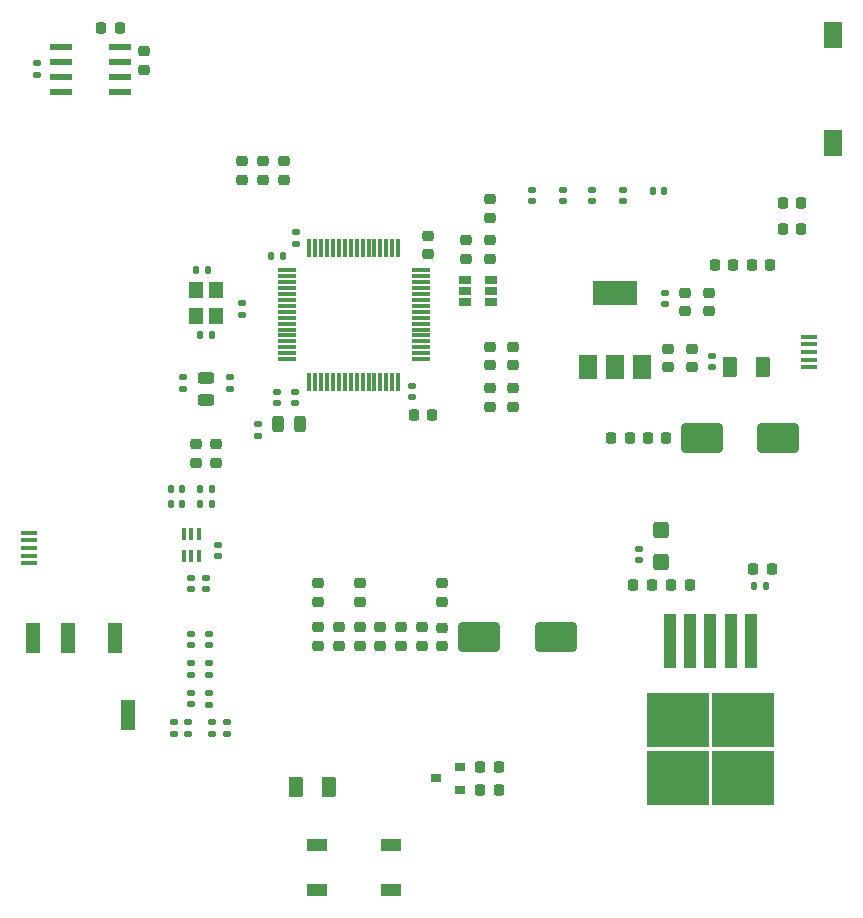
<source format=gbr>
G04 #@! TF.GenerationSoftware,KiCad,Pcbnew,(5.99.0-9519-ga70106a3bd)*
G04 #@! TF.CreationDate,2021-03-11T21:55:01+03:00*
G04 #@! TF.ProjectId,UnderControl,556e6465-7243-46f6-9e74-726f6c2e6b69,rev?*
G04 #@! TF.SameCoordinates,Original*
G04 #@! TF.FileFunction,Paste,Top*
G04 #@! TF.FilePolarity,Positive*
%FSLAX46Y46*%
G04 Gerber Fmt 4.6, Leading zero omitted, Abs format (unit mm)*
G04 Created by KiCad (PCBNEW (5.99.0-9519-ga70106a3bd)) date 2021-03-11 21:55:01*
%MOMM*%
%LPD*%
G01*
G04 APERTURE LIST*
G04 Aperture macros list*
%AMRoundRect*
0 Rectangle with rounded corners*
0 $1 Rounding radius*
0 $2 $3 $4 $5 $6 $7 $8 $9 X,Y pos of 4 corners*
0 Add a 4 corners polygon primitive as box body*
4,1,4,$2,$3,$4,$5,$6,$7,$8,$9,$2,$3,0*
0 Add four circle primitives for the rounded corners*
1,1,$1+$1,$2,$3*
1,1,$1+$1,$4,$5*
1,1,$1+$1,$6,$7*
1,1,$1+$1,$8,$9*
0 Add four rect primitives between the rounded corners*
20,1,$1+$1,$2,$3,$4,$5,0*
20,1,$1+$1,$4,$5,$6,$7,0*
20,1,$1+$1,$6,$7,$8,$9,0*
20,1,$1+$1,$8,$9,$2,$3,0*%
G04 Aperture macros list end*
%ADD10RoundRect,0.218750X0.218750X0.256250X-0.218750X0.256250X-0.218750X-0.256250X0.218750X-0.256250X0*%
%ADD11RoundRect,0.147500X0.172500X-0.147500X0.172500X0.147500X-0.172500X0.147500X-0.172500X-0.147500X0*%
%ADD12RoundRect,0.250000X0.375000X0.625000X-0.375000X0.625000X-0.375000X-0.625000X0.375000X-0.625000X0*%
%ADD13RoundRect,0.147500X0.147500X0.172500X-0.147500X0.172500X-0.147500X-0.172500X0.147500X-0.172500X0*%
%ADD14RoundRect,0.218750X-0.218750X-0.256250X0.218750X-0.256250X0.218750X0.256250X-0.218750X0.256250X0*%
%ADD15RoundRect,0.218750X0.256250X-0.218750X0.256250X0.218750X-0.256250X0.218750X-0.256250X-0.218750X0*%
%ADD16RoundRect,0.147500X-0.147500X-0.172500X0.147500X-0.172500X0.147500X0.172500X-0.147500X0.172500X0*%
%ADD17RoundRect,0.147500X-0.172500X0.147500X-0.172500X-0.147500X0.172500X-0.147500X0.172500X0.147500X0*%
%ADD18RoundRect,0.218750X-0.256250X0.218750X-0.256250X-0.218750X0.256250X-0.218750X0.256250X0.218750X0*%
%ADD19RoundRect,0.250000X-0.375000X-0.625000X0.375000X-0.625000X0.375000X0.625000X-0.375000X0.625000X0*%
%ADD20R,0.900000X0.800000*%
%ADD21RoundRect,0.243750X-0.243750X-0.456250X0.243750X-0.456250X0.243750X0.456250X-0.243750X0.456250X0*%
%ADD22RoundRect,0.075000X-0.700000X-0.075000X0.700000X-0.075000X0.700000X0.075000X-0.700000X0.075000X0*%
%ADD23RoundRect,0.075000X-0.075000X-0.700000X0.075000X-0.700000X0.075000X0.700000X-0.075000X0.700000X0*%
%ADD24R,1.500000X2.000000*%
%ADD25R,3.800000X2.000000*%
%ADD26R,1.060000X0.650000*%
%ADD27R,0.390000X1.060000*%
%ADD28R,1.200000X1.400000*%
%ADD29R,1.350000X0.400000*%
%ADD30RoundRect,0.250000X-1.500000X-1.000000X1.500000X-1.000000X1.500000X1.000000X-1.500000X1.000000X0*%
%ADD31RoundRect,0.250000X0.425000X-0.450000X0.425000X0.450000X-0.425000X0.450000X-0.425000X-0.450000X0*%
%ADD32R,5.250000X4.550000*%
%ADD33R,1.100000X4.600000*%
%ADD34RoundRect,0.243750X-0.456250X0.243750X-0.456250X-0.243750X0.456250X-0.243750X0.456250X0.243750X0*%
%ADD35R,1.970000X0.600000*%
%ADD36R,1.600000X2.180000*%
%ADD37R,1.700000X1.000000*%
%ADD38R,1.200000X2.500000*%
G04 APERTURE END LIST*
D10*
X74287500Y-149250000D03*
X72712500Y-149250000D03*
D11*
X46750000Y-144485000D03*
X46750000Y-143515000D03*
X48000000Y-144485000D03*
X48000000Y-143515000D03*
X49750000Y-139485000D03*
X49750000Y-138515000D03*
D12*
X59900000Y-149000000D03*
X57100000Y-149000000D03*
D13*
X49985000Y-123750000D03*
X49015000Y-123750000D03*
D11*
X49750000Y-142000000D03*
X49750000Y-141030000D03*
X48250000Y-141985000D03*
X48250000Y-141015000D03*
X48250000Y-139485000D03*
X48250000Y-138515000D03*
D14*
X67062500Y-117450000D03*
X68637500Y-117450000D03*
D15*
X71500000Y-104287500D03*
X71500000Y-102712500D03*
D16*
X48665000Y-105250000D03*
X49635000Y-105250000D03*
D13*
X49985000Y-110750000D03*
X49015000Y-110750000D03*
D16*
X46515000Y-125000000D03*
X47485000Y-125000000D03*
D17*
X50500000Y-128465000D03*
X50500000Y-129435000D03*
D11*
X50000000Y-144485000D03*
X50000000Y-143515000D03*
X48250000Y-132235000D03*
X48250000Y-131265000D03*
D15*
X48650000Y-121537500D03*
X48650000Y-119962500D03*
D18*
X56050000Y-96012500D03*
X56050000Y-97587500D03*
D11*
X51250000Y-144485000D03*
X51250000Y-143515000D03*
X48250000Y-136985000D03*
X48250000Y-136015000D03*
X49750000Y-136970000D03*
X49750000Y-136000000D03*
D18*
X73500000Y-99212500D03*
X73500000Y-100787500D03*
X75450000Y-111712500D03*
X75450000Y-113287500D03*
D19*
X93850000Y-113450000D03*
X96650000Y-113450000D03*
D14*
X92550000Y-104750000D03*
X94125000Y-104750000D03*
D18*
X73550000Y-111712500D03*
X73550000Y-113287500D03*
D17*
X53850000Y-118265000D03*
X53850000Y-119235000D03*
D18*
X60750000Y-135462500D03*
X60750000Y-137037500D03*
D17*
X49500000Y-131265000D03*
X49500000Y-132235000D03*
D14*
X72712500Y-147250000D03*
X74287500Y-147250000D03*
D15*
X54300000Y-97587500D03*
X54300000Y-96012500D03*
D14*
X98312500Y-99500000D03*
X99887500Y-99500000D03*
D18*
X67750000Y-135462500D03*
X67750000Y-137037500D03*
D17*
X52500000Y-108015000D03*
X52500000Y-108985000D03*
D18*
X69500000Y-135500000D03*
X69500000Y-137075000D03*
X59000000Y-135462500D03*
X59000000Y-137037500D03*
X50350000Y-119962500D03*
X50350000Y-121537500D03*
X62500000Y-135462500D03*
X62500000Y-137037500D03*
X64250000Y-135462500D03*
X64250000Y-137037500D03*
X66000000Y-135462500D03*
X66000000Y-137037500D03*
D13*
X49985000Y-125000000D03*
X49015000Y-125000000D03*
D16*
X46515000Y-123750000D03*
X47485000Y-123750000D03*
D20*
X71000000Y-149200000D03*
X71000000Y-147300000D03*
X69000000Y-148250000D03*
D21*
X55562500Y-118250000D03*
X57437500Y-118250000D03*
D11*
X55500000Y-116485000D03*
X55500000Y-115515000D03*
X57000000Y-116485000D03*
X57000000Y-115515000D03*
D17*
X66900000Y-115015000D03*
X66900000Y-115985000D03*
D13*
X55985000Y-104000000D03*
X55015000Y-104000000D03*
D15*
X68250000Y-103887500D03*
X68250000Y-102312500D03*
D10*
X97275000Y-104750000D03*
X95700000Y-104750000D03*
D15*
X73500000Y-104287500D03*
X73500000Y-102712500D03*
D18*
X75450000Y-115212500D03*
X75450000Y-116787500D03*
X73550000Y-115212500D03*
X73550000Y-116787500D03*
D22*
X56325000Y-105250000D03*
X56325000Y-105750000D03*
X56325000Y-106250000D03*
X56325000Y-106750000D03*
X56325000Y-107250000D03*
X56325000Y-107750000D03*
X56325000Y-108250000D03*
X56325000Y-108750000D03*
X56325000Y-109250000D03*
X56325000Y-109750000D03*
X56325000Y-110250000D03*
X56325000Y-110750000D03*
X56325000Y-111250000D03*
X56325000Y-111750000D03*
X56325000Y-112250000D03*
X56325000Y-112750000D03*
D23*
X58250000Y-114675000D03*
X58750000Y-114675000D03*
X59250000Y-114675000D03*
X59750000Y-114675000D03*
X60250000Y-114675000D03*
X60750000Y-114675000D03*
X61250000Y-114675000D03*
X61750000Y-114675000D03*
X62250000Y-114675000D03*
X62750000Y-114675000D03*
X63250000Y-114675000D03*
X63750000Y-114675000D03*
X64250000Y-114675000D03*
X64750000Y-114675000D03*
X65250000Y-114675000D03*
X65750000Y-114675000D03*
D22*
X67675000Y-112750000D03*
X67675000Y-112250000D03*
X67675000Y-111750000D03*
X67675000Y-111250000D03*
X67675000Y-110750000D03*
X67675000Y-110250000D03*
X67675000Y-109750000D03*
X67675000Y-109250000D03*
X67675000Y-108750000D03*
X67675000Y-108250000D03*
X67675000Y-107750000D03*
X67675000Y-107250000D03*
X67675000Y-106750000D03*
X67675000Y-106250000D03*
X67675000Y-105750000D03*
X67675000Y-105250000D03*
D23*
X65750000Y-103325000D03*
X65250000Y-103325000D03*
X64750000Y-103325000D03*
X64250000Y-103325000D03*
X63750000Y-103325000D03*
X63250000Y-103325000D03*
X62750000Y-103325000D03*
X62250000Y-103325000D03*
X61750000Y-103325000D03*
X61250000Y-103325000D03*
X60750000Y-103325000D03*
X60250000Y-103325000D03*
X59750000Y-103325000D03*
X59250000Y-103325000D03*
X58750000Y-103325000D03*
X58250000Y-103325000D03*
D18*
X52550000Y-96012500D03*
X52550000Y-97587500D03*
X69500000Y-131712500D03*
X69500000Y-133287500D03*
X62500000Y-131712500D03*
X62500000Y-133287500D03*
D15*
X90600000Y-113437500D03*
X90600000Y-111862500D03*
D18*
X59000000Y-131712500D03*
X59000000Y-133287500D03*
D24*
X81800000Y-113450000D03*
D25*
X84100000Y-107150000D03*
D24*
X84100000Y-113450000D03*
X86400000Y-113450000D03*
D17*
X88350000Y-107140000D03*
X88350000Y-108110000D03*
D15*
X88600000Y-113437500D03*
X88600000Y-111862500D03*
D26*
X73600000Y-107950000D03*
X73600000Y-107000000D03*
X73600000Y-106050000D03*
X71400000Y-106050000D03*
X71400000Y-107000000D03*
X71400000Y-107950000D03*
D27*
X48900000Y-127565000D03*
X48250000Y-127565000D03*
X47600000Y-127565000D03*
X47600000Y-129435000D03*
X48250000Y-129435000D03*
X48900000Y-129435000D03*
D28*
X48650000Y-106900000D03*
X48650000Y-109100000D03*
X50350000Y-109100000D03*
X50350000Y-106900000D03*
D29*
X34462500Y-127450000D03*
X34462500Y-128100000D03*
X34462500Y-128750000D03*
X34462500Y-129400000D03*
X34462500Y-130050000D03*
D14*
X95812500Y-130500000D03*
X97387500Y-130500000D03*
D11*
X86150000Y-129785000D03*
X86150000Y-128815000D03*
D10*
X90437500Y-131900000D03*
X88862500Y-131900000D03*
X87237500Y-131900000D03*
X85662500Y-131900000D03*
D30*
X72600000Y-136250000D03*
X79100000Y-136250000D03*
D16*
X95915000Y-132000000D03*
X96885000Y-132000000D03*
D31*
X88050000Y-129900000D03*
X88050000Y-127200000D03*
D32*
X94975000Y-143350000D03*
X94975000Y-148200000D03*
X89425000Y-143350000D03*
X89425000Y-148200000D03*
D33*
X95600000Y-136625000D03*
X93900000Y-136625000D03*
X92200000Y-136625000D03*
X90500000Y-136625000D03*
X88800000Y-136625000D03*
D17*
X51500000Y-114280000D03*
X51500000Y-115250000D03*
X47500000Y-114280000D03*
X47500000Y-115250000D03*
D34*
X49500000Y-114374500D03*
X49500000Y-116249500D03*
D30*
X91450000Y-119400000D03*
X97950000Y-119400000D03*
D11*
X84800000Y-99385000D03*
X84800000Y-98415000D03*
D17*
X82200000Y-98415000D03*
X82200000Y-99385000D03*
X77100000Y-98415000D03*
X77100000Y-99385000D03*
X79700000Y-98415000D03*
X79700000Y-99385000D03*
D16*
X87315000Y-98500000D03*
X88285000Y-98500000D03*
D11*
X57100000Y-102985000D03*
X57100000Y-102015000D03*
D10*
X88475000Y-119402500D03*
X86900000Y-119402500D03*
D18*
X44200000Y-86662500D03*
X44200000Y-88237500D03*
D35*
X37230000Y-86295000D03*
X37230000Y-87565000D03*
X37230000Y-88835000D03*
X37230000Y-90105000D03*
X42170000Y-90105000D03*
X42170000Y-88835000D03*
X42170000Y-87565000D03*
X42170000Y-86295000D03*
D11*
X35200000Y-88685000D03*
X35200000Y-87715000D03*
D10*
X42165000Y-84700000D03*
X40590000Y-84700000D03*
D36*
X102600000Y-94500000D03*
X102600000Y-85300000D03*
D37*
X65150000Y-153925000D03*
X58850000Y-153925000D03*
X65150000Y-157725000D03*
X58850000Y-157725000D03*
D14*
X83800000Y-119402500D03*
X85375000Y-119402500D03*
D29*
X100537500Y-113450000D03*
X100537500Y-112800000D03*
X100537500Y-112150000D03*
X100537500Y-111500000D03*
X100537500Y-110850000D03*
D14*
X98312500Y-101700000D03*
X99887500Y-101700000D03*
D38*
X37825000Y-136350000D03*
X34825000Y-136350000D03*
X42925000Y-142850000D03*
X41825000Y-136350000D03*
D11*
X92300000Y-113435000D03*
X92300000Y-112465000D03*
D18*
X90050000Y-107137500D03*
X90050000Y-108712500D03*
X92050000Y-107137500D03*
X92050000Y-108712500D03*
M02*

</source>
